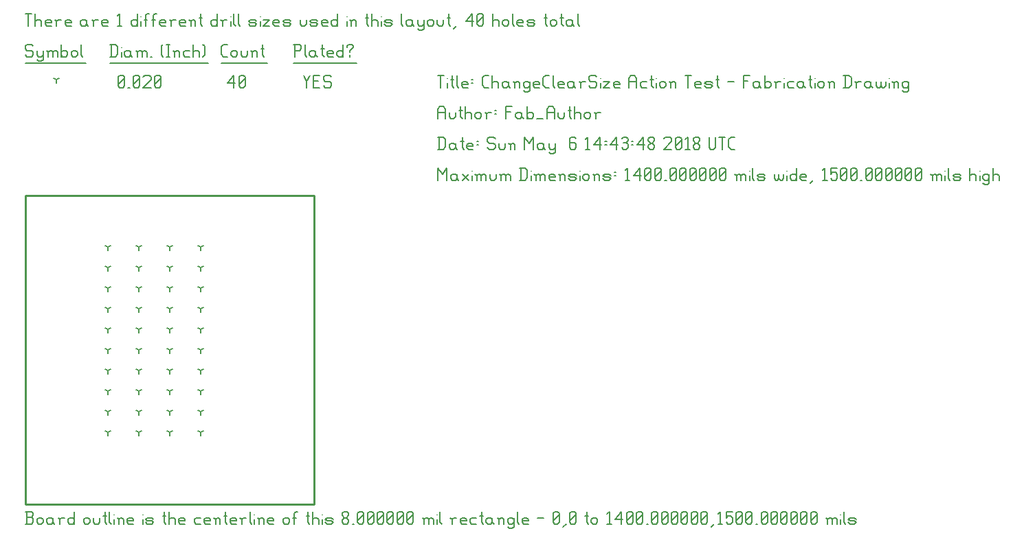
<source format=gbr>
G04 start of page 15 for group -3984 idx -3984 *
G04 Title: ChangeClearSize Action Test, fab *
G04 Creator: pcb v4.1.0-g2256aec2 *
G04 CreationDate: Sun May  6 14:43:48 2018 UTC *
G04 For: parkecw1 *
G04 Format: Gerber/RS-274X *
G04 PCB-Dimensions (mil): 1400.00 1500.00 *
G04 PCB-Coordinate-Origin: lower left *
%MOIN*%
%FSLAX25Y25*%
%LNFAB*%
%ADD41C,0.0100*%
%ADD40C,0.0075*%
%ADD39C,0.0060*%
%ADD38C,0.0080*%
G54D38*X40000Y35000D02*Y33400D01*
Y35000D02*X41387Y35800D01*
X40000Y35000D02*X38613Y35800D01*
X55000Y35000D02*Y33400D01*
Y35000D02*X56387Y35800D01*
X55000Y35000D02*X53613Y35800D01*
X85000Y35000D02*Y33400D01*
Y35000D02*X86387Y35800D01*
X85000Y35000D02*X83613Y35800D01*
X70000Y35000D02*Y33400D01*
Y35000D02*X71387Y35800D01*
X70000Y35000D02*X68613Y35800D01*
X40000Y45000D02*Y43400D01*
Y45000D02*X41387Y45800D01*
X40000Y45000D02*X38613Y45800D01*
X55000Y45000D02*Y43400D01*
Y45000D02*X56387Y45800D01*
X55000Y45000D02*X53613Y45800D01*
X85000Y45000D02*Y43400D01*
Y45000D02*X86387Y45800D01*
X85000Y45000D02*X83613Y45800D01*
X70000Y45000D02*Y43400D01*
Y45000D02*X71387Y45800D01*
X70000Y45000D02*X68613Y45800D01*
X40000Y125000D02*Y123400D01*
Y125000D02*X41387Y125800D01*
X40000Y125000D02*X38613Y125800D01*
X70000Y125000D02*Y123400D01*
Y125000D02*X71387Y125800D01*
X70000Y125000D02*X68613Y125800D01*
X55000Y125000D02*Y123400D01*
Y125000D02*X56387Y125800D01*
X55000Y125000D02*X53613Y125800D01*
X85000Y125000D02*Y123400D01*
Y125000D02*X86387Y125800D01*
X85000Y125000D02*X83613Y125800D01*
X40000Y115000D02*Y113400D01*
Y115000D02*X41387Y115800D01*
X40000Y115000D02*X38613Y115800D01*
X70000Y115000D02*Y113400D01*
Y115000D02*X71387Y115800D01*
X70000Y115000D02*X68613Y115800D01*
X55000Y115000D02*Y113400D01*
Y115000D02*X56387Y115800D01*
X55000Y115000D02*X53613Y115800D01*
X85000Y115000D02*Y113400D01*
Y115000D02*X86387Y115800D01*
X85000Y115000D02*X83613Y115800D01*
X40000Y105000D02*Y103400D01*
Y105000D02*X41387Y105800D01*
X40000Y105000D02*X38613Y105800D01*
X70000Y105000D02*Y103400D01*
Y105000D02*X71387Y105800D01*
X70000Y105000D02*X68613Y105800D01*
X55000Y105000D02*Y103400D01*
Y105000D02*X56387Y105800D01*
X55000Y105000D02*X53613Y105800D01*
X85000Y105000D02*Y103400D01*
Y105000D02*X86387Y105800D01*
X85000Y105000D02*X83613Y105800D01*
X40000Y95000D02*Y93400D01*
Y95000D02*X41387Y95800D01*
X40000Y95000D02*X38613Y95800D01*
X70000Y95000D02*Y93400D01*
Y95000D02*X71387Y95800D01*
X70000Y95000D02*X68613Y95800D01*
X55000Y95000D02*Y93400D01*
Y95000D02*X56387Y95800D01*
X55000Y95000D02*X53613Y95800D01*
X85000Y95000D02*Y93400D01*
Y95000D02*X86387Y95800D01*
X85000Y95000D02*X83613Y95800D01*
X40000Y85000D02*Y83400D01*
Y85000D02*X41387Y85800D01*
X40000Y85000D02*X38613Y85800D01*
X70000Y85000D02*Y83400D01*
Y85000D02*X71387Y85800D01*
X70000Y85000D02*X68613Y85800D01*
X55000Y85000D02*Y83400D01*
Y85000D02*X56387Y85800D01*
X55000Y85000D02*X53613Y85800D01*
X85000Y85000D02*Y83400D01*
Y85000D02*X86387Y85800D01*
X85000Y85000D02*X83613Y85800D01*
X40000Y75000D02*Y73400D01*
Y75000D02*X41387Y75800D01*
X40000Y75000D02*X38613Y75800D01*
X70000Y75000D02*Y73400D01*
Y75000D02*X71387Y75800D01*
X70000Y75000D02*X68613Y75800D01*
X55000Y75000D02*Y73400D01*
Y75000D02*X56387Y75800D01*
X55000Y75000D02*X53613Y75800D01*
X85000Y75000D02*Y73400D01*
Y75000D02*X86387Y75800D01*
X85000Y75000D02*X83613Y75800D01*
X40000Y65000D02*Y63400D01*
Y65000D02*X41387Y65800D01*
X40000Y65000D02*X38613Y65800D01*
X70000Y65000D02*Y63400D01*
Y65000D02*X71387Y65800D01*
X70000Y65000D02*X68613Y65800D01*
X55000Y65000D02*Y63400D01*
Y65000D02*X56387Y65800D01*
X55000Y65000D02*X53613Y65800D01*
X85000Y65000D02*Y63400D01*
Y65000D02*X86387Y65800D01*
X85000Y65000D02*X83613Y65800D01*
X40000Y55000D02*Y53400D01*
Y55000D02*X41387Y55800D01*
X40000Y55000D02*X38613Y55800D01*
X70000Y55000D02*Y53400D01*
Y55000D02*X71387Y55800D01*
X70000Y55000D02*X68613Y55800D01*
X55000Y55000D02*Y53400D01*
Y55000D02*X56387Y55800D01*
X55000Y55000D02*X53613Y55800D01*
X85000Y55000D02*Y53400D01*
Y55000D02*X86387Y55800D01*
X85000Y55000D02*X83613Y55800D01*
X15000Y206250D02*Y204650D01*
Y206250D02*X16387Y207050D01*
X15000Y206250D02*X13613Y207050D01*
G54D39*X135000Y208500D02*X136500Y205500D01*
X138000Y208500D01*
X136500Y205500D02*Y202500D01*
X139800Y205800D02*X142050D01*
X139800Y202500D02*X142800D01*
X139800Y208500D02*Y202500D01*
Y208500D02*X142800D01*
X147600D02*X148350Y207750D01*
X145350Y208500D02*X147600D01*
X144600Y207750D02*X145350Y208500D01*
X144600Y207750D02*Y206250D01*
X145350Y205500D01*
X147600D01*
X148350Y204750D01*
Y203250D01*
X147600Y202500D02*X148350Y203250D01*
X145350Y202500D02*X147600D01*
X144600Y203250D02*X145350Y202500D01*
X98000Y204750D02*X101000Y208500D01*
X98000Y204750D02*X101750D01*
X101000Y208500D02*Y202500D01*
X103550Y203250D02*X104300Y202500D01*
X103550Y207750D02*Y203250D01*
Y207750D02*X104300Y208500D01*
X105800D01*
X106550Y207750D01*
Y203250D01*
X105800Y202500D02*X106550Y203250D01*
X104300Y202500D02*X105800D01*
X103550Y204000D02*X106550Y207000D01*
X45000Y203250D02*X45750Y202500D01*
X45000Y207750D02*Y203250D01*
Y207750D02*X45750Y208500D01*
X47250D01*
X48000Y207750D01*
Y203250D01*
X47250Y202500D02*X48000Y203250D01*
X45750Y202500D02*X47250D01*
X45000Y204000D02*X48000Y207000D01*
X49800Y202500D02*X50550D01*
X52350Y203250D02*X53100Y202500D01*
X52350Y207750D02*Y203250D01*
Y207750D02*X53100Y208500D01*
X54600D01*
X55350Y207750D01*
Y203250D01*
X54600Y202500D02*X55350Y203250D01*
X53100Y202500D02*X54600D01*
X52350Y204000D02*X55350Y207000D01*
X57150Y207750D02*X57900Y208500D01*
X60150D01*
X60900Y207750D01*
Y206250D01*
X57150Y202500D02*X60900Y206250D01*
X57150Y202500D02*X60900D01*
X62700Y203250D02*X63450Y202500D01*
X62700Y207750D02*Y203250D01*
Y207750D02*X63450Y208500D01*
X64950D01*
X65700Y207750D01*
Y203250D01*
X64950Y202500D02*X65700Y203250D01*
X63450Y202500D02*X64950D01*
X62700Y204000D02*X65700Y207000D01*
X3000Y223500D02*X3750Y222750D01*
X750Y223500D02*X3000D01*
X0Y222750D02*X750Y223500D01*
X0Y222750D02*Y221250D01*
X750Y220500D01*
X3000D01*
X3750Y219750D01*
Y218250D01*
X3000Y217500D02*X3750Y218250D01*
X750Y217500D02*X3000D01*
X0Y218250D02*X750Y217500D01*
X5550Y220500D02*Y218250D01*
X6300Y217500D01*
X8550Y220500D02*Y216000D01*
X7800Y215250D02*X8550Y216000D01*
X6300Y215250D02*X7800D01*
X5550Y216000D02*X6300Y215250D01*
Y217500D02*X7800D01*
X8550Y218250D01*
X11100Y219750D02*Y217500D01*
Y219750D02*X11850Y220500D01*
X12600D01*
X13350Y219750D01*
Y217500D01*
Y219750D02*X14100Y220500D01*
X14850D01*
X15600Y219750D01*
Y217500D01*
X10350Y220500D02*X11100Y219750D01*
X17400Y223500D02*Y217500D01*
Y218250D02*X18150Y217500D01*
X19650D01*
X20400Y218250D01*
Y219750D02*Y218250D01*
X19650Y220500D02*X20400Y219750D01*
X18150Y220500D02*X19650D01*
X17400Y219750D02*X18150Y220500D01*
X22200Y219750D02*Y218250D01*
Y219750D02*X22950Y220500D01*
X24450D01*
X25200Y219750D01*
Y218250D01*
X24450Y217500D02*X25200Y218250D01*
X22950Y217500D02*X24450D01*
X22200Y218250D02*X22950Y217500D01*
X27000Y223500D02*Y218250D01*
X27750Y217500D01*
X0Y214250D02*X29250D01*
X41750Y223500D02*Y217500D01*
X43700Y223500D02*X44750Y222450D01*
Y218550D01*
X43700Y217500D02*X44750Y218550D01*
X41000Y217500D02*X43700D01*
X41000Y223500D02*X43700D01*
G54D40*X46550Y222000D02*Y221850D01*
G54D39*Y219750D02*Y217500D01*
X50300Y220500D02*X51050Y219750D01*
X48800Y220500D02*X50300D01*
X48050Y219750D02*X48800Y220500D01*
X48050Y219750D02*Y218250D01*
X48800Y217500D01*
X51050Y220500D02*Y218250D01*
X51800Y217500D01*
X48800D02*X50300D01*
X51050Y218250D01*
X54350Y219750D02*Y217500D01*
Y219750D02*X55100Y220500D01*
X55850D01*
X56600Y219750D01*
Y217500D01*
Y219750D02*X57350Y220500D01*
X58100D01*
X58850Y219750D01*
Y217500D01*
X53600Y220500D02*X54350Y219750D01*
X60650Y217500D02*X61400D01*
X65900Y218250D02*X66650Y217500D01*
X65900Y222750D02*X66650Y223500D01*
X65900Y222750D02*Y218250D01*
X68450Y223500D02*X69950D01*
X69200D02*Y217500D01*
X68450D02*X69950D01*
X72500Y219750D02*Y217500D01*
Y219750D02*X73250Y220500D01*
X74000D01*
X74750Y219750D01*
Y217500D01*
X71750Y220500D02*X72500Y219750D01*
X77300Y220500D02*X79550D01*
X76550Y219750D02*X77300Y220500D01*
X76550Y219750D02*Y218250D01*
X77300Y217500D01*
X79550D01*
X81350Y223500D02*Y217500D01*
Y219750D02*X82100Y220500D01*
X83600D01*
X84350Y219750D01*
Y217500D01*
X86150Y223500D02*X86900Y222750D01*
Y218250D01*
X86150Y217500D02*X86900Y218250D01*
X41000Y214250D02*X88700D01*
X96050Y217500D02*X98000D01*
X95000Y218550D02*X96050Y217500D01*
X95000Y222450D02*Y218550D01*
Y222450D02*X96050Y223500D01*
X98000D01*
X99800Y219750D02*Y218250D01*
Y219750D02*X100550Y220500D01*
X102050D01*
X102800Y219750D01*
Y218250D01*
X102050Y217500D02*X102800Y218250D01*
X100550Y217500D02*X102050D01*
X99800Y218250D02*X100550Y217500D01*
X104600Y220500D02*Y218250D01*
X105350Y217500D01*
X106850D01*
X107600Y218250D01*
Y220500D02*Y218250D01*
X110150Y219750D02*Y217500D01*
Y219750D02*X110900Y220500D01*
X111650D01*
X112400Y219750D01*
Y217500D01*
X109400Y220500D02*X110150Y219750D01*
X114950Y223500D02*Y218250D01*
X115700Y217500D01*
X114200Y221250D02*X115700D01*
X95000Y214250D02*X117200D01*
X130750Y223500D02*Y217500D01*
X130000Y223500D02*X133000D01*
X133750Y222750D01*
Y221250D01*
X133000Y220500D02*X133750Y221250D01*
X130750Y220500D02*X133000D01*
X135550Y223500D02*Y218250D01*
X136300Y217500D01*
X140050Y220500D02*X140800Y219750D01*
X138550Y220500D02*X140050D01*
X137800Y219750D02*X138550Y220500D01*
X137800Y219750D02*Y218250D01*
X138550Y217500D01*
X140800Y220500D02*Y218250D01*
X141550Y217500D01*
X138550D02*X140050D01*
X140800Y218250D01*
X144100Y223500D02*Y218250D01*
X144850Y217500D01*
X143350Y221250D02*X144850D01*
X147100Y217500D02*X149350D01*
X146350Y218250D02*X147100Y217500D01*
X146350Y219750D02*Y218250D01*
Y219750D02*X147100Y220500D01*
X148600D01*
X149350Y219750D01*
X146350Y219000D02*X149350D01*
Y219750D02*Y219000D01*
X154150Y223500D02*Y217500D01*
X153400D02*X154150Y218250D01*
X151900Y217500D02*X153400D01*
X151150Y218250D02*X151900Y217500D01*
X151150Y219750D02*Y218250D01*
Y219750D02*X151900Y220500D01*
X153400D01*
X154150Y219750D01*
X157450Y220500D02*Y219750D01*
Y218250D02*Y217500D01*
X155950Y222750D02*Y222000D01*
Y222750D02*X156700Y223500D01*
X158200D01*
X158950Y222750D01*
Y222000D01*
X157450Y220500D02*X158950Y222000D01*
X130000Y214250D02*X160750D01*
X0Y238500D02*X3000D01*
X1500D02*Y232500D01*
X4800Y238500D02*Y232500D01*
Y234750D02*X5550Y235500D01*
X7050D01*
X7800Y234750D01*
Y232500D01*
X10350D02*X12600D01*
X9600Y233250D02*X10350Y232500D01*
X9600Y234750D02*Y233250D01*
Y234750D02*X10350Y235500D01*
X11850D01*
X12600Y234750D01*
X9600Y234000D02*X12600D01*
Y234750D02*Y234000D01*
X15150Y234750D02*Y232500D01*
Y234750D02*X15900Y235500D01*
X17400D01*
X14400D02*X15150Y234750D01*
X19950Y232500D02*X22200D01*
X19200Y233250D02*X19950Y232500D01*
X19200Y234750D02*Y233250D01*
Y234750D02*X19950Y235500D01*
X21450D01*
X22200Y234750D01*
X19200Y234000D02*X22200D01*
Y234750D02*Y234000D01*
X28950Y235500D02*X29700Y234750D01*
X27450Y235500D02*X28950D01*
X26700Y234750D02*X27450Y235500D01*
X26700Y234750D02*Y233250D01*
X27450Y232500D01*
X29700Y235500D02*Y233250D01*
X30450Y232500D01*
X27450D02*X28950D01*
X29700Y233250D01*
X33000Y234750D02*Y232500D01*
Y234750D02*X33750Y235500D01*
X35250D01*
X32250D02*X33000Y234750D01*
X37800Y232500D02*X40050D01*
X37050Y233250D02*X37800Y232500D01*
X37050Y234750D02*Y233250D01*
Y234750D02*X37800Y235500D01*
X39300D01*
X40050Y234750D01*
X37050Y234000D02*X40050D01*
Y234750D02*Y234000D01*
X44550Y237300D02*X45750Y238500D01*
Y232500D01*
X44550D02*X46800D01*
X54300Y238500D02*Y232500D01*
X53550D02*X54300Y233250D01*
X52050Y232500D02*X53550D01*
X51300Y233250D02*X52050Y232500D01*
X51300Y234750D02*Y233250D01*
Y234750D02*X52050Y235500D01*
X53550D01*
X54300Y234750D01*
G54D40*X56100Y237000D02*Y236850D01*
G54D39*Y234750D02*Y232500D01*
X58350Y237750D02*Y232500D01*
Y237750D02*X59100Y238500D01*
X59850D01*
X57600Y235500D02*X59100D01*
X62100Y237750D02*Y232500D01*
Y237750D02*X62850Y238500D01*
X63600D01*
X61350Y235500D02*X62850D01*
X65850Y232500D02*X68100D01*
X65100Y233250D02*X65850Y232500D01*
X65100Y234750D02*Y233250D01*
Y234750D02*X65850Y235500D01*
X67350D01*
X68100Y234750D01*
X65100Y234000D02*X68100D01*
Y234750D02*Y234000D01*
X70650Y234750D02*Y232500D01*
Y234750D02*X71400Y235500D01*
X72900D01*
X69900D02*X70650Y234750D01*
X75450Y232500D02*X77700D01*
X74700Y233250D02*X75450Y232500D01*
X74700Y234750D02*Y233250D01*
Y234750D02*X75450Y235500D01*
X76950D01*
X77700Y234750D01*
X74700Y234000D02*X77700D01*
Y234750D02*Y234000D01*
X80250Y234750D02*Y232500D01*
Y234750D02*X81000Y235500D01*
X81750D01*
X82500Y234750D01*
Y232500D01*
X79500Y235500D02*X80250Y234750D01*
X85050Y238500D02*Y233250D01*
X85800Y232500D01*
X84300Y236250D02*X85800D01*
X93000Y238500D02*Y232500D01*
X92250D02*X93000Y233250D01*
X90750Y232500D02*X92250D01*
X90000Y233250D02*X90750Y232500D01*
X90000Y234750D02*Y233250D01*
Y234750D02*X90750Y235500D01*
X92250D01*
X93000Y234750D01*
X95550D02*Y232500D01*
Y234750D02*X96300Y235500D01*
X97800D01*
X94800D02*X95550Y234750D01*
G54D40*X99600Y237000D02*Y236850D01*
G54D39*Y234750D02*Y232500D01*
X101100Y238500D02*Y233250D01*
X101850Y232500D01*
X103350Y238500D02*Y233250D01*
X104100Y232500D01*
X109050D02*X111300D01*
X112050Y233250D01*
X111300Y234000D02*X112050Y233250D01*
X109050Y234000D02*X111300D01*
X108300Y234750D02*X109050Y234000D01*
X108300Y234750D02*X109050Y235500D01*
X111300D01*
X112050Y234750D01*
X108300Y233250D02*X109050Y232500D01*
G54D40*X113850Y237000D02*Y236850D01*
G54D39*Y234750D02*Y232500D01*
X115350Y235500D02*X118350D01*
X115350Y232500D02*X118350Y235500D01*
X115350Y232500D02*X118350D01*
X120900D02*X123150D01*
X120150Y233250D02*X120900Y232500D01*
X120150Y234750D02*Y233250D01*
Y234750D02*X120900Y235500D01*
X122400D01*
X123150Y234750D01*
X120150Y234000D02*X123150D01*
Y234750D02*Y234000D01*
X125700Y232500D02*X127950D01*
X128700Y233250D01*
X127950Y234000D02*X128700Y233250D01*
X125700Y234000D02*X127950D01*
X124950Y234750D02*X125700Y234000D01*
X124950Y234750D02*X125700Y235500D01*
X127950D01*
X128700Y234750D01*
X124950Y233250D02*X125700Y232500D01*
X133200Y235500D02*Y233250D01*
X133950Y232500D01*
X135450D01*
X136200Y233250D01*
Y235500D02*Y233250D01*
X138750Y232500D02*X141000D01*
X141750Y233250D01*
X141000Y234000D02*X141750Y233250D01*
X138750Y234000D02*X141000D01*
X138000Y234750D02*X138750Y234000D01*
X138000Y234750D02*X138750Y235500D01*
X141000D01*
X141750Y234750D01*
X138000Y233250D02*X138750Y232500D01*
X144300D02*X146550D01*
X143550Y233250D02*X144300Y232500D01*
X143550Y234750D02*Y233250D01*
Y234750D02*X144300Y235500D01*
X145800D01*
X146550Y234750D01*
X143550Y234000D02*X146550D01*
Y234750D02*Y234000D01*
X151350Y238500D02*Y232500D01*
X150600D02*X151350Y233250D01*
X149100Y232500D02*X150600D01*
X148350Y233250D02*X149100Y232500D01*
X148350Y234750D02*Y233250D01*
Y234750D02*X149100Y235500D01*
X150600D01*
X151350Y234750D01*
G54D40*X155850Y237000D02*Y236850D01*
G54D39*Y234750D02*Y232500D01*
X158100Y234750D02*Y232500D01*
Y234750D02*X158850Y235500D01*
X159600D01*
X160350Y234750D01*
Y232500D01*
X157350Y235500D02*X158100Y234750D01*
X165600Y238500D02*Y233250D01*
X166350Y232500D01*
X164850Y236250D02*X166350D01*
X167850Y238500D02*Y232500D01*
Y234750D02*X168600Y235500D01*
X170100D01*
X170850Y234750D01*
Y232500D01*
G54D40*X172650Y237000D02*Y236850D01*
G54D39*Y234750D02*Y232500D01*
X174900D02*X177150D01*
X177900Y233250D01*
X177150Y234000D02*X177900Y233250D01*
X174900Y234000D02*X177150D01*
X174150Y234750D02*X174900Y234000D01*
X174150Y234750D02*X174900Y235500D01*
X177150D01*
X177900Y234750D01*
X174150Y233250D02*X174900Y232500D01*
X182400Y238500D02*Y233250D01*
X183150Y232500D01*
X186900Y235500D02*X187650Y234750D01*
X185400Y235500D02*X186900D01*
X184650Y234750D02*X185400Y235500D01*
X184650Y234750D02*Y233250D01*
X185400Y232500D01*
X187650Y235500D02*Y233250D01*
X188400Y232500D01*
X185400D02*X186900D01*
X187650Y233250D01*
X190200Y235500D02*Y233250D01*
X190950Y232500D01*
X193200Y235500D02*Y231000D01*
X192450Y230250D02*X193200Y231000D01*
X190950Y230250D02*X192450D01*
X190200Y231000D02*X190950Y230250D01*
Y232500D02*X192450D01*
X193200Y233250D01*
X195000Y234750D02*Y233250D01*
Y234750D02*X195750Y235500D01*
X197250D01*
X198000Y234750D01*
Y233250D01*
X197250Y232500D02*X198000Y233250D01*
X195750Y232500D02*X197250D01*
X195000Y233250D02*X195750Y232500D01*
X199800Y235500D02*Y233250D01*
X200550Y232500D01*
X202050D01*
X202800Y233250D01*
Y235500D02*Y233250D01*
X205350Y238500D02*Y233250D01*
X206100Y232500D01*
X204600Y236250D02*X206100D01*
X207600Y231000D02*X209100Y232500D01*
X213600Y234750D02*X216600Y238500D01*
X213600Y234750D02*X217350D01*
X216600Y238500D02*Y232500D01*
X219150Y233250D02*X219900Y232500D01*
X219150Y237750D02*Y233250D01*
Y237750D02*X219900Y238500D01*
X221400D01*
X222150Y237750D01*
Y233250D01*
X221400Y232500D02*X222150Y233250D01*
X219900Y232500D02*X221400D01*
X219150Y234000D02*X222150Y237000D01*
X226650Y238500D02*Y232500D01*
Y234750D02*X227400Y235500D01*
X228900D01*
X229650Y234750D01*
Y232500D01*
X231450Y234750D02*Y233250D01*
Y234750D02*X232200Y235500D01*
X233700D01*
X234450Y234750D01*
Y233250D01*
X233700Y232500D02*X234450Y233250D01*
X232200Y232500D02*X233700D01*
X231450Y233250D02*X232200Y232500D01*
X236250Y238500D02*Y233250D01*
X237000Y232500D01*
X239250D02*X241500D01*
X238500Y233250D02*X239250Y232500D01*
X238500Y234750D02*Y233250D01*
Y234750D02*X239250Y235500D01*
X240750D01*
X241500Y234750D01*
X238500Y234000D02*X241500D01*
Y234750D02*Y234000D01*
X244050Y232500D02*X246300D01*
X247050Y233250D01*
X246300Y234000D02*X247050Y233250D01*
X244050Y234000D02*X246300D01*
X243300Y234750D02*X244050Y234000D01*
X243300Y234750D02*X244050Y235500D01*
X246300D01*
X247050Y234750D01*
X243300Y233250D02*X244050Y232500D01*
X252300Y238500D02*Y233250D01*
X253050Y232500D01*
X251550Y236250D02*X253050D01*
X254550Y234750D02*Y233250D01*
Y234750D02*X255300Y235500D01*
X256800D01*
X257550Y234750D01*
Y233250D01*
X256800Y232500D02*X257550Y233250D01*
X255300Y232500D02*X256800D01*
X254550Y233250D02*X255300Y232500D01*
X260100Y238500D02*Y233250D01*
X260850Y232500D01*
X259350Y236250D02*X260850D01*
X264600Y235500D02*X265350Y234750D01*
X263100Y235500D02*X264600D01*
X262350Y234750D02*X263100Y235500D01*
X262350Y234750D02*Y233250D01*
X263100Y232500D01*
X265350Y235500D02*Y233250D01*
X266100Y232500D01*
X263100D02*X264600D01*
X265350Y233250D01*
X267900Y238500D02*Y233250D01*
X268650Y232500D01*
G54D41*X0Y150000D02*X140000D01*
X0D02*Y0D01*
X140000Y150000D02*Y0D01*
X0D02*X140000D01*
G54D39*X200000Y163500D02*Y157500D01*
Y163500D02*X202250Y160500D01*
X204500Y163500D01*
Y157500D01*
X208550Y160500D02*X209300Y159750D01*
X207050Y160500D02*X208550D01*
X206300Y159750D02*X207050Y160500D01*
X206300Y159750D02*Y158250D01*
X207050Y157500D01*
X209300Y160500D02*Y158250D01*
X210050Y157500D01*
X207050D02*X208550D01*
X209300Y158250D01*
X211850Y160500D02*X214850Y157500D01*
X211850D02*X214850Y160500D01*
G54D40*X216650Y162000D02*Y161850D01*
G54D39*Y159750D02*Y157500D01*
X218900Y159750D02*Y157500D01*
Y159750D02*X219650Y160500D01*
X220400D01*
X221150Y159750D01*
Y157500D01*
Y159750D02*X221900Y160500D01*
X222650D01*
X223400Y159750D01*
Y157500D01*
X218150Y160500D02*X218900Y159750D01*
X225200Y160500D02*Y158250D01*
X225950Y157500D01*
X227450D01*
X228200Y158250D01*
Y160500D02*Y158250D01*
X230750Y159750D02*Y157500D01*
Y159750D02*X231500Y160500D01*
X232250D01*
X233000Y159750D01*
Y157500D01*
Y159750D02*X233750Y160500D01*
X234500D01*
X235250Y159750D01*
Y157500D01*
X230000Y160500D02*X230750Y159750D01*
X240500Y163500D02*Y157500D01*
X242450Y163500D02*X243500Y162450D01*
Y158550D01*
X242450Y157500D02*X243500Y158550D01*
X239750Y157500D02*X242450D01*
X239750Y163500D02*X242450D01*
G54D40*X245300Y162000D02*Y161850D01*
G54D39*Y159750D02*Y157500D01*
X247550Y159750D02*Y157500D01*
Y159750D02*X248300Y160500D01*
X249050D01*
X249800Y159750D01*
Y157500D01*
Y159750D02*X250550Y160500D01*
X251300D01*
X252050Y159750D01*
Y157500D01*
X246800Y160500D02*X247550Y159750D01*
X254600Y157500D02*X256850D01*
X253850Y158250D02*X254600Y157500D01*
X253850Y159750D02*Y158250D01*
Y159750D02*X254600Y160500D01*
X256100D01*
X256850Y159750D01*
X253850Y159000D02*X256850D01*
Y159750D02*Y159000D01*
X259400Y159750D02*Y157500D01*
Y159750D02*X260150Y160500D01*
X260900D01*
X261650Y159750D01*
Y157500D01*
X258650Y160500D02*X259400Y159750D01*
X264200Y157500D02*X266450D01*
X267200Y158250D01*
X266450Y159000D02*X267200Y158250D01*
X264200Y159000D02*X266450D01*
X263450Y159750D02*X264200Y159000D01*
X263450Y159750D02*X264200Y160500D01*
X266450D01*
X267200Y159750D01*
X263450Y158250D02*X264200Y157500D01*
G54D40*X269000Y162000D02*Y161850D01*
G54D39*Y159750D02*Y157500D01*
X270500Y159750D02*Y158250D01*
Y159750D02*X271250Y160500D01*
X272750D01*
X273500Y159750D01*
Y158250D01*
X272750Y157500D02*X273500Y158250D01*
X271250Y157500D02*X272750D01*
X270500Y158250D02*X271250Y157500D01*
X276050Y159750D02*Y157500D01*
Y159750D02*X276800Y160500D01*
X277550D01*
X278300Y159750D01*
Y157500D01*
X275300Y160500D02*X276050Y159750D01*
X280850Y157500D02*X283100D01*
X283850Y158250D01*
X283100Y159000D02*X283850Y158250D01*
X280850Y159000D02*X283100D01*
X280100Y159750D02*X280850Y159000D01*
X280100Y159750D02*X280850Y160500D01*
X283100D01*
X283850Y159750D01*
X280100Y158250D02*X280850Y157500D01*
X285650Y161250D02*X286400D01*
X285650Y159750D02*X286400D01*
X290900Y162300D02*X292100Y163500D01*
Y157500D01*
X290900D02*X293150D01*
X294950Y159750D02*X297950Y163500D01*
X294950Y159750D02*X298700D01*
X297950Y163500D02*Y157500D01*
X300500Y158250D02*X301250Y157500D01*
X300500Y162750D02*Y158250D01*
Y162750D02*X301250Y163500D01*
X302750D01*
X303500Y162750D01*
Y158250D01*
X302750Y157500D02*X303500Y158250D01*
X301250Y157500D02*X302750D01*
X300500Y159000D02*X303500Y162000D01*
X305300Y158250D02*X306050Y157500D01*
X305300Y162750D02*Y158250D01*
Y162750D02*X306050Y163500D01*
X307550D01*
X308300Y162750D01*
Y158250D01*
X307550Y157500D02*X308300Y158250D01*
X306050Y157500D02*X307550D01*
X305300Y159000D02*X308300Y162000D01*
X310100Y157500D02*X310850D01*
X312650Y158250D02*X313400Y157500D01*
X312650Y162750D02*Y158250D01*
Y162750D02*X313400Y163500D01*
X314900D01*
X315650Y162750D01*
Y158250D01*
X314900Y157500D02*X315650Y158250D01*
X313400Y157500D02*X314900D01*
X312650Y159000D02*X315650Y162000D01*
X317450Y158250D02*X318200Y157500D01*
X317450Y162750D02*Y158250D01*
Y162750D02*X318200Y163500D01*
X319700D01*
X320450Y162750D01*
Y158250D01*
X319700Y157500D02*X320450Y158250D01*
X318200Y157500D02*X319700D01*
X317450Y159000D02*X320450Y162000D01*
X322250Y158250D02*X323000Y157500D01*
X322250Y162750D02*Y158250D01*
Y162750D02*X323000Y163500D01*
X324500D01*
X325250Y162750D01*
Y158250D01*
X324500Y157500D02*X325250Y158250D01*
X323000Y157500D02*X324500D01*
X322250Y159000D02*X325250Y162000D01*
X327050Y158250D02*X327800Y157500D01*
X327050Y162750D02*Y158250D01*
Y162750D02*X327800Y163500D01*
X329300D01*
X330050Y162750D01*
Y158250D01*
X329300Y157500D02*X330050Y158250D01*
X327800Y157500D02*X329300D01*
X327050Y159000D02*X330050Y162000D01*
X331850Y158250D02*X332600Y157500D01*
X331850Y162750D02*Y158250D01*
Y162750D02*X332600Y163500D01*
X334100D01*
X334850Y162750D01*
Y158250D01*
X334100Y157500D02*X334850Y158250D01*
X332600Y157500D02*X334100D01*
X331850Y159000D02*X334850Y162000D01*
X336650Y158250D02*X337400Y157500D01*
X336650Y162750D02*Y158250D01*
Y162750D02*X337400Y163500D01*
X338900D01*
X339650Y162750D01*
Y158250D01*
X338900Y157500D02*X339650Y158250D01*
X337400Y157500D02*X338900D01*
X336650Y159000D02*X339650Y162000D01*
X344900Y159750D02*Y157500D01*
Y159750D02*X345650Y160500D01*
X346400D01*
X347150Y159750D01*
Y157500D01*
Y159750D02*X347900Y160500D01*
X348650D01*
X349400Y159750D01*
Y157500D01*
X344150Y160500D02*X344900Y159750D01*
G54D40*X351200Y162000D02*Y161850D01*
G54D39*Y159750D02*Y157500D01*
X352700Y163500D02*Y158250D01*
X353450Y157500D01*
X355700D02*X357950D01*
X358700Y158250D01*
X357950Y159000D02*X358700Y158250D01*
X355700Y159000D02*X357950D01*
X354950Y159750D02*X355700Y159000D01*
X354950Y159750D02*X355700Y160500D01*
X357950D01*
X358700Y159750D01*
X354950Y158250D02*X355700Y157500D01*
X363200Y160500D02*Y158250D01*
X363950Y157500D01*
X364700D01*
X365450Y158250D01*
Y160500D02*Y158250D01*
X366200Y157500D01*
X366950D01*
X367700Y158250D01*
Y160500D02*Y158250D01*
G54D40*X369500Y162000D02*Y161850D01*
G54D39*Y159750D02*Y157500D01*
X374000Y163500D02*Y157500D01*
X373250D02*X374000Y158250D01*
X371750Y157500D02*X373250D01*
X371000Y158250D02*X371750Y157500D01*
X371000Y159750D02*Y158250D01*
Y159750D02*X371750Y160500D01*
X373250D01*
X374000Y159750D01*
X376550Y157500D02*X378800D01*
X375800Y158250D02*X376550Y157500D01*
X375800Y159750D02*Y158250D01*
Y159750D02*X376550Y160500D01*
X378050D01*
X378800Y159750D01*
X375800Y159000D02*X378800D01*
Y159750D02*Y159000D01*
X380600Y156000D02*X382100Y157500D01*
X386600Y162300D02*X387800Y163500D01*
Y157500D01*
X386600D02*X388850D01*
X390650Y163500D02*X393650D01*
X390650D02*Y160500D01*
X391400Y161250D01*
X392900D01*
X393650Y160500D01*
Y158250D01*
X392900Y157500D02*X393650Y158250D01*
X391400Y157500D02*X392900D01*
X390650Y158250D02*X391400Y157500D01*
X395450Y158250D02*X396200Y157500D01*
X395450Y162750D02*Y158250D01*
Y162750D02*X396200Y163500D01*
X397700D01*
X398450Y162750D01*
Y158250D01*
X397700Y157500D02*X398450Y158250D01*
X396200Y157500D02*X397700D01*
X395450Y159000D02*X398450Y162000D01*
X400250Y158250D02*X401000Y157500D01*
X400250Y162750D02*Y158250D01*
Y162750D02*X401000Y163500D01*
X402500D01*
X403250Y162750D01*
Y158250D01*
X402500Y157500D02*X403250Y158250D01*
X401000Y157500D02*X402500D01*
X400250Y159000D02*X403250Y162000D01*
X405050Y157500D02*X405800D01*
X407600Y158250D02*X408350Y157500D01*
X407600Y162750D02*Y158250D01*
Y162750D02*X408350Y163500D01*
X409850D01*
X410600Y162750D01*
Y158250D01*
X409850Y157500D02*X410600Y158250D01*
X408350Y157500D02*X409850D01*
X407600Y159000D02*X410600Y162000D01*
X412400Y158250D02*X413150Y157500D01*
X412400Y162750D02*Y158250D01*
Y162750D02*X413150Y163500D01*
X414650D01*
X415400Y162750D01*
Y158250D01*
X414650Y157500D02*X415400Y158250D01*
X413150Y157500D02*X414650D01*
X412400Y159000D02*X415400Y162000D01*
X417200Y158250D02*X417950Y157500D01*
X417200Y162750D02*Y158250D01*
Y162750D02*X417950Y163500D01*
X419450D01*
X420200Y162750D01*
Y158250D01*
X419450Y157500D02*X420200Y158250D01*
X417950Y157500D02*X419450D01*
X417200Y159000D02*X420200Y162000D01*
X422000Y158250D02*X422750Y157500D01*
X422000Y162750D02*Y158250D01*
Y162750D02*X422750Y163500D01*
X424250D01*
X425000Y162750D01*
Y158250D01*
X424250Y157500D02*X425000Y158250D01*
X422750Y157500D02*X424250D01*
X422000Y159000D02*X425000Y162000D01*
X426800Y158250D02*X427550Y157500D01*
X426800Y162750D02*Y158250D01*
Y162750D02*X427550Y163500D01*
X429050D01*
X429800Y162750D01*
Y158250D01*
X429050Y157500D02*X429800Y158250D01*
X427550Y157500D02*X429050D01*
X426800Y159000D02*X429800Y162000D01*
X431600Y158250D02*X432350Y157500D01*
X431600Y162750D02*Y158250D01*
Y162750D02*X432350Y163500D01*
X433850D01*
X434600Y162750D01*
Y158250D01*
X433850Y157500D02*X434600Y158250D01*
X432350Y157500D02*X433850D01*
X431600Y159000D02*X434600Y162000D01*
X439850Y159750D02*Y157500D01*
Y159750D02*X440600Y160500D01*
X441350D01*
X442100Y159750D01*
Y157500D01*
Y159750D02*X442850Y160500D01*
X443600D01*
X444350Y159750D01*
Y157500D01*
X439100Y160500D02*X439850Y159750D01*
G54D40*X446150Y162000D02*Y161850D01*
G54D39*Y159750D02*Y157500D01*
X447650Y163500D02*Y158250D01*
X448400Y157500D01*
X450650D02*X452900D01*
X453650Y158250D01*
X452900Y159000D02*X453650Y158250D01*
X450650Y159000D02*X452900D01*
X449900Y159750D02*X450650Y159000D01*
X449900Y159750D02*X450650Y160500D01*
X452900D01*
X453650Y159750D01*
X449900Y158250D02*X450650Y157500D01*
X458150Y163500D02*Y157500D01*
Y159750D02*X458900Y160500D01*
X460400D01*
X461150Y159750D01*
Y157500D01*
G54D40*X462950Y162000D02*Y161850D01*
G54D39*Y159750D02*Y157500D01*
X466700Y160500D02*X467450Y159750D01*
X465200Y160500D02*X466700D01*
X464450Y159750D02*X465200Y160500D01*
X464450Y159750D02*Y158250D01*
X465200Y157500D01*
X466700D01*
X467450Y158250D01*
X464450Y156000D02*X465200Y155250D01*
X466700D01*
X467450Y156000D01*
Y160500D02*Y156000D01*
X469250Y163500D02*Y157500D01*
Y159750D02*X470000Y160500D01*
X471500D01*
X472250Y159750D01*
Y157500D01*
X0Y-9500D02*X3000D01*
X3750Y-8750D01*
Y-6950D02*Y-8750D01*
X3000Y-6200D02*X3750Y-6950D01*
X750Y-6200D02*X3000D01*
X750Y-3500D02*Y-9500D01*
X0Y-3500D02*X3000D01*
X3750Y-4250D01*
Y-5450D01*
X3000Y-6200D02*X3750Y-5450D01*
X5550Y-7250D02*Y-8750D01*
Y-7250D02*X6300Y-6500D01*
X7800D01*
X8550Y-7250D01*
Y-8750D01*
X7800Y-9500D02*X8550Y-8750D01*
X6300Y-9500D02*X7800D01*
X5550Y-8750D02*X6300Y-9500D01*
X12600Y-6500D02*X13350Y-7250D01*
X11100Y-6500D02*X12600D01*
X10350Y-7250D02*X11100Y-6500D01*
X10350Y-7250D02*Y-8750D01*
X11100Y-9500D01*
X13350Y-6500D02*Y-8750D01*
X14100Y-9500D01*
X11100D02*X12600D01*
X13350Y-8750D01*
X16650Y-7250D02*Y-9500D01*
Y-7250D02*X17400Y-6500D01*
X18900D01*
X15900D02*X16650Y-7250D01*
X23700Y-3500D02*Y-9500D01*
X22950D02*X23700Y-8750D01*
X21450Y-9500D02*X22950D01*
X20700Y-8750D02*X21450Y-9500D01*
X20700Y-7250D02*Y-8750D01*
Y-7250D02*X21450Y-6500D01*
X22950D01*
X23700Y-7250D01*
X28200D02*Y-8750D01*
Y-7250D02*X28950Y-6500D01*
X30450D01*
X31200Y-7250D01*
Y-8750D01*
X30450Y-9500D02*X31200Y-8750D01*
X28950Y-9500D02*X30450D01*
X28200Y-8750D02*X28950Y-9500D01*
X33000Y-6500D02*Y-8750D01*
X33750Y-9500D01*
X35250D01*
X36000Y-8750D01*
Y-6500D02*Y-8750D01*
X38550Y-3500D02*Y-8750D01*
X39300Y-9500D01*
X37800Y-5750D02*X39300D01*
X40800Y-3500D02*Y-8750D01*
X41550Y-9500D01*
G54D40*X43050Y-5000D02*Y-5150D01*
G54D39*Y-7250D02*Y-9500D01*
X45300Y-7250D02*Y-9500D01*
Y-7250D02*X46050Y-6500D01*
X46800D01*
X47550Y-7250D01*
Y-9500D01*
X44550Y-6500D02*X45300Y-7250D01*
X50100Y-9500D02*X52350D01*
X49350Y-8750D02*X50100Y-9500D01*
X49350Y-7250D02*Y-8750D01*
Y-7250D02*X50100Y-6500D01*
X51600D01*
X52350Y-7250D01*
X49350Y-8000D02*X52350D01*
Y-7250D02*Y-8000D01*
G54D40*X56850Y-5000D02*Y-5150D01*
G54D39*Y-7250D02*Y-9500D01*
X59100D02*X61350D01*
X62100Y-8750D01*
X61350Y-8000D02*X62100Y-8750D01*
X59100Y-8000D02*X61350D01*
X58350Y-7250D02*X59100Y-8000D01*
X58350Y-7250D02*X59100Y-6500D01*
X61350D01*
X62100Y-7250D01*
X58350Y-8750D02*X59100Y-9500D01*
X67350Y-3500D02*Y-8750D01*
X68100Y-9500D01*
X66600Y-5750D02*X68100D01*
X69600Y-3500D02*Y-9500D01*
Y-7250D02*X70350Y-6500D01*
X71850D01*
X72600Y-7250D01*
Y-9500D01*
X75150D02*X77400D01*
X74400Y-8750D02*X75150Y-9500D01*
X74400Y-7250D02*Y-8750D01*
Y-7250D02*X75150Y-6500D01*
X76650D01*
X77400Y-7250D01*
X74400Y-8000D02*X77400D01*
Y-7250D02*Y-8000D01*
X82650Y-6500D02*X84900D01*
X81900Y-7250D02*X82650Y-6500D01*
X81900Y-7250D02*Y-8750D01*
X82650Y-9500D01*
X84900D01*
X87450D02*X89700D01*
X86700Y-8750D02*X87450Y-9500D01*
X86700Y-7250D02*Y-8750D01*
Y-7250D02*X87450Y-6500D01*
X88950D01*
X89700Y-7250D01*
X86700Y-8000D02*X89700D01*
Y-7250D02*Y-8000D01*
X92250Y-7250D02*Y-9500D01*
Y-7250D02*X93000Y-6500D01*
X93750D01*
X94500Y-7250D01*
Y-9500D01*
X91500Y-6500D02*X92250Y-7250D01*
X97050Y-3500D02*Y-8750D01*
X97800Y-9500D01*
X96300Y-5750D02*X97800D01*
X100050Y-9500D02*X102300D01*
X99300Y-8750D02*X100050Y-9500D01*
X99300Y-7250D02*Y-8750D01*
Y-7250D02*X100050Y-6500D01*
X101550D01*
X102300Y-7250D01*
X99300Y-8000D02*X102300D01*
Y-7250D02*Y-8000D01*
X104850Y-7250D02*Y-9500D01*
Y-7250D02*X105600Y-6500D01*
X107100D01*
X104100D02*X104850Y-7250D01*
X108900Y-3500D02*Y-8750D01*
X109650Y-9500D01*
G54D40*X111150Y-5000D02*Y-5150D01*
G54D39*Y-7250D02*Y-9500D01*
X113400Y-7250D02*Y-9500D01*
Y-7250D02*X114150Y-6500D01*
X114900D01*
X115650Y-7250D01*
Y-9500D01*
X112650Y-6500D02*X113400Y-7250D01*
X118200Y-9500D02*X120450D01*
X117450Y-8750D02*X118200Y-9500D01*
X117450Y-7250D02*Y-8750D01*
Y-7250D02*X118200Y-6500D01*
X119700D01*
X120450Y-7250D01*
X117450Y-8000D02*X120450D01*
Y-7250D02*Y-8000D01*
X124950Y-7250D02*Y-8750D01*
Y-7250D02*X125700Y-6500D01*
X127200D01*
X127950Y-7250D01*
Y-8750D01*
X127200Y-9500D02*X127950Y-8750D01*
X125700Y-9500D02*X127200D01*
X124950Y-8750D02*X125700Y-9500D01*
X130500Y-4250D02*Y-9500D01*
Y-4250D02*X131250Y-3500D01*
X132000D01*
X129750Y-6500D02*X131250D01*
X136950Y-3500D02*Y-8750D01*
X137700Y-9500D01*
X136200Y-5750D02*X137700D01*
X139200Y-3500D02*Y-9500D01*
Y-7250D02*X139950Y-6500D01*
X141450D01*
X142200Y-7250D01*
Y-9500D01*
G54D40*X144000Y-5000D02*Y-5150D01*
G54D39*Y-7250D02*Y-9500D01*
X146250D02*X148500D01*
X149250Y-8750D01*
X148500Y-8000D02*X149250Y-8750D01*
X146250Y-8000D02*X148500D01*
X145500Y-7250D02*X146250Y-8000D01*
X145500Y-7250D02*X146250Y-6500D01*
X148500D01*
X149250Y-7250D01*
X145500Y-8750D02*X146250Y-9500D01*
X153750Y-8750D02*X154500Y-9500D01*
X153750Y-7550D02*Y-8750D01*
Y-7550D02*X154800Y-6500D01*
X155700D01*
X156750Y-7550D01*
Y-8750D01*
X156000Y-9500D02*X156750Y-8750D01*
X154500Y-9500D02*X156000D01*
X153750Y-5450D02*X154800Y-6500D01*
X153750Y-4250D02*Y-5450D01*
Y-4250D02*X154500Y-3500D01*
X156000D01*
X156750Y-4250D01*
Y-5450D01*
X155700Y-6500D02*X156750Y-5450D01*
X158550Y-9500D02*X159300D01*
X161100Y-8750D02*X161850Y-9500D01*
X161100Y-4250D02*Y-8750D01*
Y-4250D02*X161850Y-3500D01*
X163350D01*
X164100Y-4250D01*
Y-8750D01*
X163350Y-9500D02*X164100Y-8750D01*
X161850Y-9500D02*X163350D01*
X161100Y-8000D02*X164100Y-5000D01*
X165900Y-8750D02*X166650Y-9500D01*
X165900Y-4250D02*Y-8750D01*
Y-4250D02*X166650Y-3500D01*
X168150D01*
X168900Y-4250D01*
Y-8750D01*
X168150Y-9500D02*X168900Y-8750D01*
X166650Y-9500D02*X168150D01*
X165900Y-8000D02*X168900Y-5000D01*
X170700Y-8750D02*X171450Y-9500D01*
X170700Y-4250D02*Y-8750D01*
Y-4250D02*X171450Y-3500D01*
X172950D01*
X173700Y-4250D01*
Y-8750D01*
X172950Y-9500D02*X173700Y-8750D01*
X171450Y-9500D02*X172950D01*
X170700Y-8000D02*X173700Y-5000D01*
X175500Y-8750D02*X176250Y-9500D01*
X175500Y-4250D02*Y-8750D01*
Y-4250D02*X176250Y-3500D01*
X177750D01*
X178500Y-4250D01*
Y-8750D01*
X177750Y-9500D02*X178500Y-8750D01*
X176250Y-9500D02*X177750D01*
X175500Y-8000D02*X178500Y-5000D01*
X180300Y-8750D02*X181050Y-9500D01*
X180300Y-4250D02*Y-8750D01*
Y-4250D02*X181050Y-3500D01*
X182550D01*
X183300Y-4250D01*
Y-8750D01*
X182550Y-9500D02*X183300Y-8750D01*
X181050Y-9500D02*X182550D01*
X180300Y-8000D02*X183300Y-5000D01*
X185100Y-8750D02*X185850Y-9500D01*
X185100Y-4250D02*Y-8750D01*
Y-4250D02*X185850Y-3500D01*
X187350D01*
X188100Y-4250D01*
Y-8750D01*
X187350Y-9500D02*X188100Y-8750D01*
X185850Y-9500D02*X187350D01*
X185100Y-8000D02*X188100Y-5000D01*
X193350Y-7250D02*Y-9500D01*
Y-7250D02*X194100Y-6500D01*
X194850D01*
X195600Y-7250D01*
Y-9500D01*
Y-7250D02*X196350Y-6500D01*
X197100D01*
X197850Y-7250D01*
Y-9500D01*
X192600Y-6500D02*X193350Y-7250D01*
G54D40*X199650Y-5000D02*Y-5150D01*
G54D39*Y-7250D02*Y-9500D01*
X201150Y-3500D02*Y-8750D01*
X201900Y-9500D01*
X206850Y-7250D02*Y-9500D01*
Y-7250D02*X207600Y-6500D01*
X209100D01*
X206100D02*X206850Y-7250D01*
X211650Y-9500D02*X213900D01*
X210900Y-8750D02*X211650Y-9500D01*
X210900Y-7250D02*Y-8750D01*
Y-7250D02*X211650Y-6500D01*
X213150D01*
X213900Y-7250D01*
X210900Y-8000D02*X213900D01*
Y-7250D02*Y-8000D01*
X216450Y-6500D02*X218700D01*
X215700Y-7250D02*X216450Y-6500D01*
X215700Y-7250D02*Y-8750D01*
X216450Y-9500D01*
X218700D01*
X221250Y-3500D02*Y-8750D01*
X222000Y-9500D01*
X220500Y-5750D02*X222000D01*
X225750Y-6500D02*X226500Y-7250D01*
X224250Y-6500D02*X225750D01*
X223500Y-7250D02*X224250Y-6500D01*
X223500Y-7250D02*Y-8750D01*
X224250Y-9500D01*
X226500Y-6500D02*Y-8750D01*
X227250Y-9500D01*
X224250D02*X225750D01*
X226500Y-8750D01*
X229800Y-7250D02*Y-9500D01*
Y-7250D02*X230550Y-6500D01*
X231300D01*
X232050Y-7250D01*
Y-9500D01*
X229050Y-6500D02*X229800Y-7250D01*
X236100Y-6500D02*X236850Y-7250D01*
X234600Y-6500D02*X236100D01*
X233850Y-7250D02*X234600Y-6500D01*
X233850Y-7250D02*Y-8750D01*
X234600Y-9500D01*
X236100D01*
X236850Y-8750D01*
X233850Y-11000D02*X234600Y-11750D01*
X236100D01*
X236850Y-11000D01*
Y-6500D02*Y-11000D01*
X238650Y-3500D02*Y-8750D01*
X239400Y-9500D01*
X241650D02*X243900D01*
X240900Y-8750D02*X241650Y-9500D01*
X240900Y-7250D02*Y-8750D01*
Y-7250D02*X241650Y-6500D01*
X243150D01*
X243900Y-7250D01*
X240900Y-8000D02*X243900D01*
Y-7250D02*Y-8000D01*
X248400Y-6500D02*X251400D01*
X255900Y-8750D02*X256650Y-9500D01*
X255900Y-4250D02*Y-8750D01*
Y-4250D02*X256650Y-3500D01*
X258150D01*
X258900Y-4250D01*
Y-8750D01*
X258150Y-9500D02*X258900Y-8750D01*
X256650Y-9500D02*X258150D01*
X255900Y-8000D02*X258900Y-5000D01*
X260700Y-11000D02*X262200Y-9500D01*
X264000Y-8750D02*X264750Y-9500D01*
X264000Y-4250D02*Y-8750D01*
Y-4250D02*X264750Y-3500D01*
X266250D01*
X267000Y-4250D01*
Y-8750D01*
X266250Y-9500D02*X267000Y-8750D01*
X264750Y-9500D02*X266250D01*
X264000Y-8000D02*X267000Y-5000D01*
X272250Y-3500D02*Y-8750D01*
X273000Y-9500D01*
X271500Y-5750D02*X273000D01*
X274500Y-7250D02*Y-8750D01*
Y-7250D02*X275250Y-6500D01*
X276750D01*
X277500Y-7250D01*
Y-8750D01*
X276750Y-9500D02*X277500Y-8750D01*
X275250Y-9500D02*X276750D01*
X274500Y-8750D02*X275250Y-9500D01*
X282000Y-4700D02*X283200Y-3500D01*
Y-9500D01*
X282000D02*X284250D01*
X286050Y-7250D02*X289050Y-3500D01*
X286050Y-7250D02*X289800D01*
X289050Y-3500D02*Y-9500D01*
X291600Y-8750D02*X292350Y-9500D01*
X291600Y-4250D02*Y-8750D01*
Y-4250D02*X292350Y-3500D01*
X293850D01*
X294600Y-4250D01*
Y-8750D01*
X293850Y-9500D02*X294600Y-8750D01*
X292350Y-9500D02*X293850D01*
X291600Y-8000D02*X294600Y-5000D01*
X296400Y-8750D02*X297150Y-9500D01*
X296400Y-4250D02*Y-8750D01*
Y-4250D02*X297150Y-3500D01*
X298650D01*
X299400Y-4250D01*
Y-8750D01*
X298650Y-9500D02*X299400Y-8750D01*
X297150Y-9500D02*X298650D01*
X296400Y-8000D02*X299400Y-5000D01*
X301200Y-9500D02*X301950D01*
X303750Y-8750D02*X304500Y-9500D01*
X303750Y-4250D02*Y-8750D01*
Y-4250D02*X304500Y-3500D01*
X306000D01*
X306750Y-4250D01*
Y-8750D01*
X306000Y-9500D02*X306750Y-8750D01*
X304500Y-9500D02*X306000D01*
X303750Y-8000D02*X306750Y-5000D01*
X308550Y-8750D02*X309300Y-9500D01*
X308550Y-4250D02*Y-8750D01*
Y-4250D02*X309300Y-3500D01*
X310800D01*
X311550Y-4250D01*
Y-8750D01*
X310800Y-9500D02*X311550Y-8750D01*
X309300Y-9500D02*X310800D01*
X308550Y-8000D02*X311550Y-5000D01*
X313350Y-8750D02*X314100Y-9500D01*
X313350Y-4250D02*Y-8750D01*
Y-4250D02*X314100Y-3500D01*
X315600D01*
X316350Y-4250D01*
Y-8750D01*
X315600Y-9500D02*X316350Y-8750D01*
X314100Y-9500D02*X315600D01*
X313350Y-8000D02*X316350Y-5000D01*
X318150Y-8750D02*X318900Y-9500D01*
X318150Y-4250D02*Y-8750D01*
Y-4250D02*X318900Y-3500D01*
X320400D01*
X321150Y-4250D01*
Y-8750D01*
X320400Y-9500D02*X321150Y-8750D01*
X318900Y-9500D02*X320400D01*
X318150Y-8000D02*X321150Y-5000D01*
X322950Y-8750D02*X323700Y-9500D01*
X322950Y-4250D02*Y-8750D01*
Y-4250D02*X323700Y-3500D01*
X325200D01*
X325950Y-4250D01*
Y-8750D01*
X325200Y-9500D02*X325950Y-8750D01*
X323700Y-9500D02*X325200D01*
X322950Y-8000D02*X325950Y-5000D01*
X327750Y-8750D02*X328500Y-9500D01*
X327750Y-4250D02*Y-8750D01*
Y-4250D02*X328500Y-3500D01*
X330000D01*
X330750Y-4250D01*
Y-8750D01*
X330000Y-9500D02*X330750Y-8750D01*
X328500Y-9500D02*X330000D01*
X327750Y-8000D02*X330750Y-5000D01*
X332550Y-11000D02*X334050Y-9500D01*
X335850Y-4700D02*X337050Y-3500D01*
Y-9500D01*
X335850D02*X338100D01*
X339900Y-3500D02*X342900D01*
X339900D02*Y-6500D01*
X340650Y-5750D01*
X342150D01*
X342900Y-6500D01*
Y-8750D01*
X342150Y-9500D02*X342900Y-8750D01*
X340650Y-9500D02*X342150D01*
X339900Y-8750D02*X340650Y-9500D01*
X344700Y-8750D02*X345450Y-9500D01*
X344700Y-4250D02*Y-8750D01*
Y-4250D02*X345450Y-3500D01*
X346950D01*
X347700Y-4250D01*
Y-8750D01*
X346950Y-9500D02*X347700Y-8750D01*
X345450Y-9500D02*X346950D01*
X344700Y-8000D02*X347700Y-5000D01*
X349500Y-8750D02*X350250Y-9500D01*
X349500Y-4250D02*Y-8750D01*
Y-4250D02*X350250Y-3500D01*
X351750D01*
X352500Y-4250D01*
Y-8750D01*
X351750Y-9500D02*X352500Y-8750D01*
X350250Y-9500D02*X351750D01*
X349500Y-8000D02*X352500Y-5000D01*
X354300Y-9500D02*X355050D01*
X356850Y-8750D02*X357600Y-9500D01*
X356850Y-4250D02*Y-8750D01*
Y-4250D02*X357600Y-3500D01*
X359100D01*
X359850Y-4250D01*
Y-8750D01*
X359100Y-9500D02*X359850Y-8750D01*
X357600Y-9500D02*X359100D01*
X356850Y-8000D02*X359850Y-5000D01*
X361650Y-8750D02*X362400Y-9500D01*
X361650Y-4250D02*Y-8750D01*
Y-4250D02*X362400Y-3500D01*
X363900D01*
X364650Y-4250D01*
Y-8750D01*
X363900Y-9500D02*X364650Y-8750D01*
X362400Y-9500D02*X363900D01*
X361650Y-8000D02*X364650Y-5000D01*
X366450Y-8750D02*X367200Y-9500D01*
X366450Y-4250D02*Y-8750D01*
Y-4250D02*X367200Y-3500D01*
X368700D01*
X369450Y-4250D01*
Y-8750D01*
X368700Y-9500D02*X369450Y-8750D01*
X367200Y-9500D02*X368700D01*
X366450Y-8000D02*X369450Y-5000D01*
X371250Y-8750D02*X372000Y-9500D01*
X371250Y-4250D02*Y-8750D01*
Y-4250D02*X372000Y-3500D01*
X373500D01*
X374250Y-4250D01*
Y-8750D01*
X373500Y-9500D02*X374250Y-8750D01*
X372000Y-9500D02*X373500D01*
X371250Y-8000D02*X374250Y-5000D01*
X376050Y-8750D02*X376800Y-9500D01*
X376050Y-4250D02*Y-8750D01*
Y-4250D02*X376800Y-3500D01*
X378300D01*
X379050Y-4250D01*
Y-8750D01*
X378300Y-9500D02*X379050Y-8750D01*
X376800Y-9500D02*X378300D01*
X376050Y-8000D02*X379050Y-5000D01*
X380850Y-8750D02*X381600Y-9500D01*
X380850Y-4250D02*Y-8750D01*
Y-4250D02*X381600Y-3500D01*
X383100D01*
X383850Y-4250D01*
Y-8750D01*
X383100Y-9500D02*X383850Y-8750D01*
X381600Y-9500D02*X383100D01*
X380850Y-8000D02*X383850Y-5000D01*
X389100Y-7250D02*Y-9500D01*
Y-7250D02*X389850Y-6500D01*
X390600D01*
X391350Y-7250D01*
Y-9500D01*
Y-7250D02*X392100Y-6500D01*
X392850D01*
X393600Y-7250D01*
Y-9500D01*
X388350Y-6500D02*X389100Y-7250D01*
G54D40*X395400Y-5000D02*Y-5150D01*
G54D39*Y-7250D02*Y-9500D01*
X396900Y-3500D02*Y-8750D01*
X397650Y-9500D01*
X399900D02*X402150D01*
X402900Y-8750D01*
X402150Y-8000D02*X402900Y-8750D01*
X399900Y-8000D02*X402150D01*
X399150Y-7250D02*X399900Y-8000D01*
X399150Y-7250D02*X399900Y-6500D01*
X402150D01*
X402900Y-7250D01*
X399150Y-8750D02*X399900Y-9500D01*
X200750Y178500D02*Y172500D01*
X202700Y178500D02*X203750Y177450D01*
Y173550D01*
X202700Y172500D02*X203750Y173550D01*
X200000Y172500D02*X202700D01*
X200000Y178500D02*X202700D01*
X207800Y175500D02*X208550Y174750D01*
X206300Y175500D02*X207800D01*
X205550Y174750D02*X206300Y175500D01*
X205550Y174750D02*Y173250D01*
X206300Y172500D01*
X208550Y175500D02*Y173250D01*
X209300Y172500D01*
X206300D02*X207800D01*
X208550Y173250D01*
X211850Y178500D02*Y173250D01*
X212600Y172500D01*
X211100Y176250D02*X212600D01*
X214850Y172500D02*X217100D01*
X214100Y173250D02*X214850Y172500D01*
X214100Y174750D02*Y173250D01*
Y174750D02*X214850Y175500D01*
X216350D01*
X217100Y174750D01*
X214100Y174000D02*X217100D01*
Y174750D02*Y174000D01*
X218900Y176250D02*X219650D01*
X218900Y174750D02*X219650D01*
X227150Y178500D02*X227900Y177750D01*
X224900Y178500D02*X227150D01*
X224150Y177750D02*X224900Y178500D01*
X224150Y177750D02*Y176250D01*
X224900Y175500D01*
X227150D01*
X227900Y174750D01*
Y173250D01*
X227150Y172500D02*X227900Y173250D01*
X224900Y172500D02*X227150D01*
X224150Y173250D02*X224900Y172500D01*
X229700Y175500D02*Y173250D01*
X230450Y172500D01*
X231950D01*
X232700Y173250D01*
Y175500D02*Y173250D01*
X235250Y174750D02*Y172500D01*
Y174750D02*X236000Y175500D01*
X236750D01*
X237500Y174750D01*
Y172500D01*
X234500Y175500D02*X235250Y174750D01*
X242000Y178500D02*Y172500D01*
Y178500D02*X244250Y175500D01*
X246500Y178500D01*
Y172500D01*
X250550Y175500D02*X251300Y174750D01*
X249050Y175500D02*X250550D01*
X248300Y174750D02*X249050Y175500D01*
X248300Y174750D02*Y173250D01*
X249050Y172500D01*
X251300Y175500D02*Y173250D01*
X252050Y172500D01*
X249050D02*X250550D01*
X251300Y173250D01*
X253850Y175500D02*Y173250D01*
X254600Y172500D01*
X256850Y175500D02*Y171000D01*
X256100Y170250D02*X256850Y171000D01*
X254600Y170250D02*X256100D01*
X253850Y171000D02*X254600Y170250D01*
Y172500D02*X256100D01*
X256850Y173250D01*
X266300Y178500D02*X267050Y177750D01*
X264800Y178500D02*X266300D01*
X264050Y177750D02*X264800Y178500D01*
X264050Y177750D02*Y173250D01*
X264800Y172500D01*
X266300Y175800D02*X267050Y175050D01*
X264050Y175800D02*X266300D01*
X264800Y172500D02*X266300D01*
X267050Y173250D01*
Y175050D02*Y173250D01*
X271550Y177300D02*X272750Y178500D01*
Y172500D01*
X271550D02*X273800D01*
X275600Y174750D02*X278600Y178500D01*
X275600Y174750D02*X279350D01*
X278600Y178500D02*Y172500D01*
X281150Y176250D02*X281900D01*
X281150Y174750D02*X281900D01*
X283700D02*X286700Y178500D01*
X283700Y174750D02*X287450D01*
X286700Y178500D02*Y172500D01*
X289250Y177750D02*X290000Y178500D01*
X291500D01*
X292250Y177750D01*
X291500Y172500D02*X292250Y173250D01*
X290000Y172500D02*X291500D01*
X289250Y173250D02*X290000Y172500D01*
Y175800D02*X291500D01*
X292250Y177750D02*Y176550D01*
Y175050D02*Y173250D01*
Y175050D02*X291500Y175800D01*
X292250Y176550D02*X291500Y175800D01*
X294050Y176250D02*X294800D01*
X294050Y174750D02*X294800D01*
X296600D02*X299600Y178500D01*
X296600Y174750D02*X300350D01*
X299600Y178500D02*Y172500D01*
X302150Y173250D02*X302900Y172500D01*
X302150Y174450D02*Y173250D01*
Y174450D02*X303200Y175500D01*
X304100D01*
X305150Y174450D01*
Y173250D01*
X304400Y172500D02*X305150Y173250D01*
X302900Y172500D02*X304400D01*
X302150Y176550D02*X303200Y175500D01*
X302150Y177750D02*Y176550D01*
Y177750D02*X302900Y178500D01*
X304400D01*
X305150Y177750D01*
Y176550D01*
X304100Y175500D02*X305150Y176550D01*
X309650Y177750D02*X310400Y178500D01*
X312650D01*
X313400Y177750D01*
Y176250D01*
X309650Y172500D02*X313400Y176250D01*
X309650Y172500D02*X313400D01*
X315200Y173250D02*X315950Y172500D01*
X315200Y177750D02*Y173250D01*
Y177750D02*X315950Y178500D01*
X317450D01*
X318200Y177750D01*
Y173250D01*
X317450Y172500D02*X318200Y173250D01*
X315950Y172500D02*X317450D01*
X315200Y174000D02*X318200Y177000D01*
X320000Y177300D02*X321200Y178500D01*
Y172500D01*
X320000D02*X322250D01*
X324050Y173250D02*X324800Y172500D01*
X324050Y174450D02*Y173250D01*
Y174450D02*X325100Y175500D01*
X326000D01*
X327050Y174450D01*
Y173250D01*
X326300Y172500D02*X327050Y173250D01*
X324800Y172500D02*X326300D01*
X324050Y176550D02*X325100Y175500D01*
X324050Y177750D02*Y176550D01*
Y177750D02*X324800Y178500D01*
X326300D01*
X327050Y177750D01*
Y176550D01*
X326000Y175500D02*X327050Y176550D01*
X331550Y178500D02*Y173250D01*
X332300Y172500D01*
X333800D01*
X334550Y173250D01*
Y178500D02*Y173250D01*
X336350Y178500D02*X339350D01*
X337850D02*Y172500D01*
X342200D02*X344150D01*
X341150Y173550D02*X342200Y172500D01*
X341150Y177450D02*Y173550D01*
Y177450D02*X342200Y178500D01*
X344150D01*
X200000Y192000D02*Y187500D01*
Y192000D02*X201050Y193500D01*
X202700D01*
X203750Y192000D01*
Y187500D01*
X200000Y190500D02*X203750D01*
X205550D02*Y188250D01*
X206300Y187500D01*
X207800D01*
X208550Y188250D01*
Y190500D02*Y188250D01*
X211100Y193500D02*Y188250D01*
X211850Y187500D01*
X210350Y191250D02*X211850D01*
X213350Y193500D02*Y187500D01*
Y189750D02*X214100Y190500D01*
X215600D01*
X216350Y189750D01*
Y187500D01*
X218150Y189750D02*Y188250D01*
Y189750D02*X218900Y190500D01*
X220400D01*
X221150Y189750D01*
Y188250D01*
X220400Y187500D02*X221150Y188250D01*
X218900Y187500D02*X220400D01*
X218150Y188250D02*X218900Y187500D01*
X223700Y189750D02*Y187500D01*
Y189750D02*X224450Y190500D01*
X225950D01*
X222950D02*X223700Y189750D01*
X227750Y191250D02*X228500D01*
X227750Y189750D02*X228500D01*
X233000Y193500D02*Y187500D01*
Y193500D02*X236000D01*
X233000Y190800D02*X235250D01*
X240050Y190500D02*X240800Y189750D01*
X238550Y190500D02*X240050D01*
X237800Y189750D02*X238550Y190500D01*
X237800Y189750D02*Y188250D01*
X238550Y187500D01*
X240800Y190500D02*Y188250D01*
X241550Y187500D01*
X238550D02*X240050D01*
X240800Y188250D01*
X243350Y193500D02*Y187500D01*
Y188250D02*X244100Y187500D01*
X245600D01*
X246350Y188250D01*
Y189750D02*Y188250D01*
X245600Y190500D02*X246350Y189750D01*
X244100Y190500D02*X245600D01*
X243350Y189750D02*X244100Y190500D01*
X248150Y187500D02*X251150D01*
X252950Y192000D02*Y187500D01*
Y192000D02*X254000Y193500D01*
X255650D01*
X256700Y192000D01*
Y187500D01*
X252950Y190500D02*X256700D01*
X258500D02*Y188250D01*
X259250Y187500D01*
X260750D01*
X261500Y188250D01*
Y190500D02*Y188250D01*
X264050Y193500D02*Y188250D01*
X264800Y187500D01*
X263300Y191250D02*X264800D01*
X266300Y193500D02*Y187500D01*
Y189750D02*X267050Y190500D01*
X268550D01*
X269300Y189750D01*
Y187500D01*
X271100Y189750D02*Y188250D01*
Y189750D02*X271850Y190500D01*
X273350D01*
X274100Y189750D01*
Y188250D01*
X273350Y187500D02*X274100Y188250D01*
X271850Y187500D02*X273350D01*
X271100Y188250D02*X271850Y187500D01*
X276650Y189750D02*Y187500D01*
Y189750D02*X277400Y190500D01*
X278900D01*
X275900D02*X276650Y189750D01*
X200000Y208500D02*X203000D01*
X201500D02*Y202500D01*
G54D40*X204800Y207000D02*Y206850D01*
G54D39*Y204750D02*Y202500D01*
X207050Y208500D02*Y203250D01*
X207800Y202500D01*
X206300Y206250D02*X207800D01*
X209300Y208500D02*Y203250D01*
X210050Y202500D01*
X212300D02*X214550D01*
X211550Y203250D02*X212300Y202500D01*
X211550Y204750D02*Y203250D01*
Y204750D02*X212300Y205500D01*
X213800D01*
X214550Y204750D01*
X211550Y204000D02*X214550D01*
Y204750D02*Y204000D01*
X216350Y206250D02*X217100D01*
X216350Y204750D02*X217100D01*
X222650Y202500D02*X224600D01*
X221600Y203550D02*X222650Y202500D01*
X221600Y207450D02*Y203550D01*
Y207450D02*X222650Y208500D01*
X224600D01*
X226400D02*Y202500D01*
Y204750D02*X227150Y205500D01*
X228650D01*
X229400Y204750D01*
Y202500D01*
X233450Y205500D02*X234200Y204750D01*
X231950Y205500D02*X233450D01*
X231200Y204750D02*X231950Y205500D01*
X231200Y204750D02*Y203250D01*
X231950Y202500D01*
X234200Y205500D02*Y203250D01*
X234950Y202500D01*
X231950D02*X233450D01*
X234200Y203250D01*
X237500Y204750D02*Y202500D01*
Y204750D02*X238250Y205500D01*
X239000D01*
X239750Y204750D01*
Y202500D01*
X236750Y205500D02*X237500Y204750D01*
X243800Y205500D02*X244550Y204750D01*
X242300Y205500D02*X243800D01*
X241550Y204750D02*X242300Y205500D01*
X241550Y204750D02*Y203250D01*
X242300Y202500D01*
X243800D01*
X244550Y203250D01*
X241550Y201000D02*X242300Y200250D01*
X243800D01*
X244550Y201000D01*
Y205500D02*Y201000D01*
X247100Y202500D02*X249350D01*
X246350Y203250D02*X247100Y202500D01*
X246350Y204750D02*Y203250D01*
Y204750D02*X247100Y205500D01*
X248600D01*
X249350Y204750D01*
X246350Y204000D02*X249350D01*
Y204750D02*Y204000D01*
X252200Y202500D02*X254150D01*
X251150Y203550D02*X252200Y202500D01*
X251150Y207450D02*Y203550D01*
Y207450D02*X252200Y208500D01*
X254150D01*
X255950D02*Y203250D01*
X256700Y202500D01*
X258950D02*X261200D01*
X258200Y203250D02*X258950Y202500D01*
X258200Y204750D02*Y203250D01*
Y204750D02*X258950Y205500D01*
X260450D01*
X261200Y204750D01*
X258200Y204000D02*X261200D01*
Y204750D02*Y204000D01*
X265250Y205500D02*X266000Y204750D01*
X263750Y205500D02*X265250D01*
X263000Y204750D02*X263750Y205500D01*
X263000Y204750D02*Y203250D01*
X263750Y202500D01*
X266000Y205500D02*Y203250D01*
X266750Y202500D01*
X263750D02*X265250D01*
X266000Y203250D01*
X269300Y204750D02*Y202500D01*
Y204750D02*X270050Y205500D01*
X271550D01*
X268550D02*X269300Y204750D01*
X276350Y208500D02*X277100Y207750D01*
X274100Y208500D02*X276350D01*
X273350Y207750D02*X274100Y208500D01*
X273350Y207750D02*Y206250D01*
X274100Y205500D01*
X276350D01*
X277100Y204750D01*
Y203250D01*
X276350Y202500D02*X277100Y203250D01*
X274100Y202500D02*X276350D01*
X273350Y203250D02*X274100Y202500D01*
G54D40*X278900Y207000D02*Y206850D01*
G54D39*Y204750D02*Y202500D01*
X280400Y205500D02*X283400D01*
X280400Y202500D02*X283400Y205500D01*
X280400Y202500D02*X283400D01*
X285950D02*X288200D01*
X285200Y203250D02*X285950Y202500D01*
X285200Y204750D02*Y203250D01*
Y204750D02*X285950Y205500D01*
X287450D01*
X288200Y204750D01*
X285200Y204000D02*X288200D01*
Y204750D02*Y204000D01*
X292700Y207000D02*Y202500D01*
Y207000D02*X293750Y208500D01*
X295400D01*
X296450Y207000D01*
Y202500D01*
X292700Y205500D02*X296450D01*
X299000D02*X301250D01*
X298250Y204750D02*X299000Y205500D01*
X298250Y204750D02*Y203250D01*
X299000Y202500D01*
X301250D01*
X303800Y208500D02*Y203250D01*
X304550Y202500D01*
X303050Y206250D02*X304550D01*
G54D40*X306050Y207000D02*Y206850D01*
G54D39*Y204750D02*Y202500D01*
X307550Y204750D02*Y203250D01*
Y204750D02*X308300Y205500D01*
X309800D01*
X310550Y204750D01*
Y203250D01*
X309800Y202500D02*X310550Y203250D01*
X308300Y202500D02*X309800D01*
X307550Y203250D02*X308300Y202500D01*
X313100Y204750D02*Y202500D01*
Y204750D02*X313850Y205500D01*
X314600D01*
X315350Y204750D01*
Y202500D01*
X312350Y205500D02*X313100Y204750D01*
X319850Y208500D02*X322850D01*
X321350D02*Y202500D01*
X325400D02*X327650D01*
X324650Y203250D02*X325400Y202500D01*
X324650Y204750D02*Y203250D01*
Y204750D02*X325400Y205500D01*
X326900D01*
X327650Y204750D01*
X324650Y204000D02*X327650D01*
Y204750D02*Y204000D01*
X330200Y202500D02*X332450D01*
X333200Y203250D01*
X332450Y204000D02*X333200Y203250D01*
X330200Y204000D02*X332450D01*
X329450Y204750D02*X330200Y204000D01*
X329450Y204750D02*X330200Y205500D01*
X332450D01*
X333200Y204750D01*
X329450Y203250D02*X330200Y202500D01*
X335750Y208500D02*Y203250D01*
X336500Y202500D01*
X335000Y206250D02*X336500D01*
X340700Y205500D02*X343700D01*
X348200Y208500D02*Y202500D01*
Y208500D02*X351200D01*
X348200Y205800D02*X350450D01*
X355250Y205500D02*X356000Y204750D01*
X353750Y205500D02*X355250D01*
X353000Y204750D02*X353750Y205500D01*
X353000Y204750D02*Y203250D01*
X353750Y202500D01*
X356000Y205500D02*Y203250D01*
X356750Y202500D01*
X353750D02*X355250D01*
X356000Y203250D01*
X358550Y208500D02*Y202500D01*
Y203250D02*X359300Y202500D01*
X360800D01*
X361550Y203250D01*
Y204750D02*Y203250D01*
X360800Y205500D02*X361550Y204750D01*
X359300Y205500D02*X360800D01*
X358550Y204750D02*X359300Y205500D01*
X364100Y204750D02*Y202500D01*
Y204750D02*X364850Y205500D01*
X366350D01*
X363350D02*X364100Y204750D01*
G54D40*X368150Y207000D02*Y206850D01*
G54D39*Y204750D02*Y202500D01*
X370400Y205500D02*X372650D01*
X369650Y204750D02*X370400Y205500D01*
X369650Y204750D02*Y203250D01*
X370400Y202500D01*
X372650D01*
X376700Y205500D02*X377450Y204750D01*
X375200Y205500D02*X376700D01*
X374450Y204750D02*X375200Y205500D01*
X374450Y204750D02*Y203250D01*
X375200Y202500D01*
X377450Y205500D02*Y203250D01*
X378200Y202500D01*
X375200D02*X376700D01*
X377450Y203250D01*
X380750Y208500D02*Y203250D01*
X381500Y202500D01*
X380000Y206250D02*X381500D01*
G54D40*X383000Y207000D02*Y206850D01*
G54D39*Y204750D02*Y202500D01*
X384500Y204750D02*Y203250D01*
Y204750D02*X385250Y205500D01*
X386750D01*
X387500Y204750D01*
Y203250D01*
X386750Y202500D02*X387500Y203250D01*
X385250Y202500D02*X386750D01*
X384500Y203250D02*X385250Y202500D01*
X390050Y204750D02*Y202500D01*
Y204750D02*X390800Y205500D01*
X391550D01*
X392300Y204750D01*
Y202500D01*
X389300Y205500D02*X390050Y204750D01*
X397550Y208500D02*Y202500D01*
X399500Y208500D02*X400550Y207450D01*
Y203550D01*
X399500Y202500D02*X400550Y203550D01*
X396800Y202500D02*X399500D01*
X396800Y208500D02*X399500D01*
X403100Y204750D02*Y202500D01*
Y204750D02*X403850Y205500D01*
X405350D01*
X402350D02*X403100Y204750D01*
X409400Y205500D02*X410150Y204750D01*
X407900Y205500D02*X409400D01*
X407150Y204750D02*X407900Y205500D01*
X407150Y204750D02*Y203250D01*
X407900Y202500D01*
X410150Y205500D02*Y203250D01*
X410900Y202500D01*
X407900D02*X409400D01*
X410150Y203250D01*
X412700Y205500D02*Y203250D01*
X413450Y202500D01*
X414200D01*
X414950Y203250D01*
Y205500D02*Y203250D01*
X415700Y202500D01*
X416450D01*
X417200Y203250D01*
Y205500D02*Y203250D01*
G54D40*X419000Y207000D02*Y206850D01*
G54D39*Y204750D02*Y202500D01*
X421250Y204750D02*Y202500D01*
Y204750D02*X422000Y205500D01*
X422750D01*
X423500Y204750D01*
Y202500D01*
X420500Y205500D02*X421250Y204750D01*
X427550Y205500D02*X428300Y204750D01*
X426050Y205500D02*X427550D01*
X425300Y204750D02*X426050Y205500D01*
X425300Y204750D02*Y203250D01*
X426050Y202500D01*
X427550D01*
X428300Y203250D01*
X425300Y201000D02*X426050Y200250D01*
X427550D01*
X428300Y201000D01*
Y205500D02*Y201000D01*
M02*

</source>
